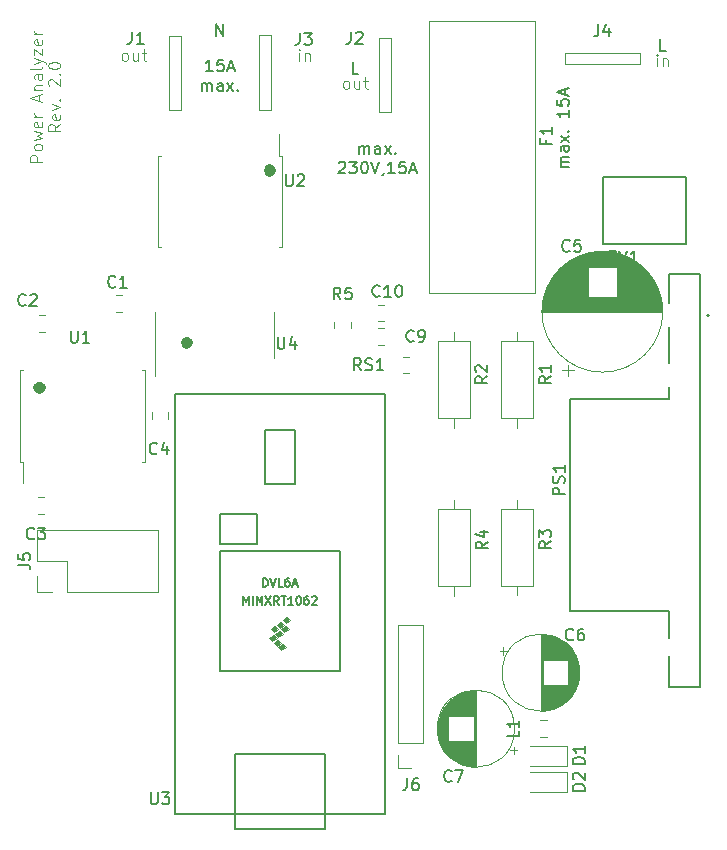
<source format=gbr>
G04 #@! TF.GenerationSoftware,KiCad,Pcbnew,(5.1.5)-3*
G04 #@! TF.CreationDate,2021-03-20T13:22:13+01:00*
G04 #@! TF.ProjectId,ACS71020_complete_teensy,41435337-3130-4323-905f-636f6d706c65,rev?*
G04 #@! TF.SameCoordinates,Original*
G04 #@! TF.FileFunction,Legend,Top*
G04 #@! TF.FilePolarity,Positive*
%FSLAX46Y46*%
G04 Gerber Fmt 4.6, Leading zero omitted, Abs format (unit mm)*
G04 Created by KiCad (PCBNEW (5.1.5)-3) date 2021-03-20 13:22:13*
%MOMM*%
%LPD*%
G04 APERTURE LIST*
%ADD10C,0.750000*%
%ADD11C,0.150000*%
%ADD12C,0.050000*%
%ADD13C,0.015000*%
%ADD14C,0.120000*%
%ADD15C,0.127000*%
%ADD16C,0.200000*%
%ADD17C,0.100000*%
G04 APERTURE END LIST*
D10*
X80980000Y-148141428D02*
X81122857Y-148284285D01*
X80980000Y-148427142D01*
X80837142Y-148284285D01*
X80980000Y-148141428D01*
X80980000Y-148427142D01*
X88000000Y-133571428D02*
X88142857Y-133714285D01*
X88000000Y-133857142D01*
X87857142Y-133714285D01*
X88000000Y-133571428D01*
X88000000Y-133857142D01*
X68500000Y-151971428D02*
X68642857Y-152114285D01*
X68500000Y-152257142D01*
X68357142Y-152114285D01*
X68500000Y-151971428D01*
X68500000Y-152257142D01*
D11*
X95559523Y-125547380D02*
X95083333Y-125547380D01*
X95083333Y-124547380D01*
X121594523Y-123642380D02*
X121118333Y-123642380D01*
X121118333Y-122642380D01*
X83534285Y-122372380D02*
X83534285Y-121372380D01*
X84105714Y-122372380D01*
X84105714Y-121372380D01*
D12*
X75690476Y-124452380D02*
X75595238Y-124404761D01*
X75547619Y-124357142D01*
X75500000Y-124261904D01*
X75500000Y-123976190D01*
X75547619Y-123880952D01*
X75595238Y-123833333D01*
X75690476Y-123785714D01*
X75833333Y-123785714D01*
X75928571Y-123833333D01*
X75976190Y-123880952D01*
X76023809Y-123976190D01*
X76023809Y-124261904D01*
X75976190Y-124357142D01*
X75928571Y-124404761D01*
X75833333Y-124452380D01*
X75690476Y-124452380D01*
X76880952Y-123785714D02*
X76880952Y-124452380D01*
X76452380Y-123785714D02*
X76452380Y-124309523D01*
X76500000Y-124404761D01*
X76595238Y-124452380D01*
X76738095Y-124452380D01*
X76833333Y-124404761D01*
X76880952Y-124357142D01*
X77214285Y-123785714D02*
X77595238Y-123785714D01*
X77357142Y-123452380D02*
X77357142Y-124309523D01*
X77404761Y-124404761D01*
X77500000Y-124452380D01*
X77595238Y-124452380D01*
X90547619Y-124452380D02*
X90547619Y-123785714D01*
X90547619Y-123452380D02*
X90500000Y-123500000D01*
X90547619Y-123547619D01*
X90595238Y-123500000D01*
X90547619Y-123452380D01*
X90547619Y-123547619D01*
X91023809Y-123785714D02*
X91023809Y-124452380D01*
X91023809Y-123880952D02*
X91071428Y-123833333D01*
X91166666Y-123785714D01*
X91309523Y-123785714D01*
X91404761Y-123833333D01*
X91452380Y-123928571D01*
X91452380Y-124452380D01*
X94440476Y-126817380D02*
X94345238Y-126769761D01*
X94297619Y-126722142D01*
X94250000Y-126626904D01*
X94250000Y-126341190D01*
X94297619Y-126245952D01*
X94345238Y-126198333D01*
X94440476Y-126150714D01*
X94583333Y-126150714D01*
X94678571Y-126198333D01*
X94726190Y-126245952D01*
X94773809Y-126341190D01*
X94773809Y-126626904D01*
X94726190Y-126722142D01*
X94678571Y-126769761D01*
X94583333Y-126817380D01*
X94440476Y-126817380D01*
X95630952Y-126150714D02*
X95630952Y-126817380D01*
X95202380Y-126150714D02*
X95202380Y-126674523D01*
X95250000Y-126769761D01*
X95345238Y-126817380D01*
X95488095Y-126817380D01*
X95583333Y-126769761D01*
X95630952Y-126722142D01*
X95964285Y-126150714D02*
X96345238Y-126150714D01*
X96107142Y-125817380D02*
X96107142Y-126674523D01*
X96154761Y-126769761D01*
X96250000Y-126817380D01*
X96345238Y-126817380D01*
X120832619Y-124912380D02*
X120832619Y-124245714D01*
X120832619Y-123912380D02*
X120785000Y-123960000D01*
X120832619Y-124007619D01*
X120880238Y-123960000D01*
X120832619Y-123912380D01*
X120832619Y-124007619D01*
X121308809Y-124245714D02*
X121308809Y-124912380D01*
X121308809Y-124340952D02*
X121356428Y-124293333D01*
X121451666Y-124245714D01*
X121594523Y-124245714D01*
X121689761Y-124293333D01*
X121737380Y-124388571D01*
X121737380Y-124912380D01*
D11*
X113355380Y-133460714D02*
X112688714Y-133460714D01*
X112783952Y-133460714D02*
X112736333Y-133413095D01*
X112688714Y-133317857D01*
X112688714Y-133175000D01*
X112736333Y-133079761D01*
X112831571Y-133032142D01*
X113355380Y-133032142D01*
X112831571Y-133032142D02*
X112736333Y-132984523D01*
X112688714Y-132889285D01*
X112688714Y-132746428D01*
X112736333Y-132651190D01*
X112831571Y-132603571D01*
X113355380Y-132603571D01*
X113355380Y-131698809D02*
X112831571Y-131698809D01*
X112736333Y-131746428D01*
X112688714Y-131841666D01*
X112688714Y-132032142D01*
X112736333Y-132127380D01*
X113307761Y-131698809D02*
X113355380Y-131794047D01*
X113355380Y-132032142D01*
X113307761Y-132127380D01*
X113212523Y-132175000D01*
X113117285Y-132175000D01*
X113022047Y-132127380D01*
X112974428Y-132032142D01*
X112974428Y-131794047D01*
X112926809Y-131698809D01*
X113355380Y-131317857D02*
X112688714Y-130794047D01*
X112688714Y-131317857D02*
X113355380Y-130794047D01*
X113260142Y-130413095D02*
X113307761Y-130365476D01*
X113355380Y-130413095D01*
X113307761Y-130460714D01*
X113260142Y-130413095D01*
X113355380Y-130413095D01*
X113355380Y-128651190D02*
X113355380Y-129222619D01*
X113355380Y-128936904D02*
X112355380Y-128936904D01*
X112498238Y-129032142D01*
X112593476Y-129127380D01*
X112641095Y-129222619D01*
X112355380Y-127746428D02*
X112355380Y-128222619D01*
X112831571Y-128270238D01*
X112783952Y-128222619D01*
X112736333Y-128127380D01*
X112736333Y-127889285D01*
X112783952Y-127794047D01*
X112831571Y-127746428D01*
X112926809Y-127698809D01*
X113164904Y-127698809D01*
X113260142Y-127746428D01*
X113307761Y-127794047D01*
X113355380Y-127889285D01*
X113355380Y-128127380D01*
X113307761Y-128222619D01*
X113260142Y-128270238D01*
X113069666Y-127317857D02*
X113069666Y-126841666D01*
X113355380Y-127413095D02*
X112355380Y-127079761D01*
X113355380Y-126746428D01*
X95631190Y-132342380D02*
X95631190Y-131675714D01*
X95631190Y-131770952D02*
X95678809Y-131723333D01*
X95774047Y-131675714D01*
X95916904Y-131675714D01*
X96012142Y-131723333D01*
X96059761Y-131818571D01*
X96059761Y-132342380D01*
X96059761Y-131818571D02*
X96107380Y-131723333D01*
X96202619Y-131675714D01*
X96345476Y-131675714D01*
X96440714Y-131723333D01*
X96488333Y-131818571D01*
X96488333Y-132342380D01*
X97393095Y-132342380D02*
X97393095Y-131818571D01*
X97345476Y-131723333D01*
X97250238Y-131675714D01*
X97059761Y-131675714D01*
X96964523Y-131723333D01*
X97393095Y-132294761D02*
X97297857Y-132342380D01*
X97059761Y-132342380D01*
X96964523Y-132294761D01*
X96916904Y-132199523D01*
X96916904Y-132104285D01*
X96964523Y-132009047D01*
X97059761Y-131961428D01*
X97297857Y-131961428D01*
X97393095Y-131913809D01*
X97774047Y-132342380D02*
X98297857Y-131675714D01*
X97774047Y-131675714D02*
X98297857Y-132342380D01*
X98678809Y-132247142D02*
X98726428Y-132294761D01*
X98678809Y-132342380D01*
X98631190Y-132294761D01*
X98678809Y-132247142D01*
X98678809Y-132342380D01*
X93869285Y-133087619D02*
X93916904Y-133040000D01*
X94012142Y-132992380D01*
X94250238Y-132992380D01*
X94345476Y-133040000D01*
X94393095Y-133087619D01*
X94440714Y-133182857D01*
X94440714Y-133278095D01*
X94393095Y-133420952D01*
X93821666Y-133992380D01*
X94440714Y-133992380D01*
X94774047Y-132992380D02*
X95393095Y-132992380D01*
X95059761Y-133373333D01*
X95202619Y-133373333D01*
X95297857Y-133420952D01*
X95345476Y-133468571D01*
X95393095Y-133563809D01*
X95393095Y-133801904D01*
X95345476Y-133897142D01*
X95297857Y-133944761D01*
X95202619Y-133992380D01*
X94916904Y-133992380D01*
X94821666Y-133944761D01*
X94774047Y-133897142D01*
X96012142Y-132992380D02*
X96107380Y-132992380D01*
X96202619Y-133040000D01*
X96250238Y-133087619D01*
X96297857Y-133182857D01*
X96345476Y-133373333D01*
X96345476Y-133611428D01*
X96297857Y-133801904D01*
X96250238Y-133897142D01*
X96202619Y-133944761D01*
X96107380Y-133992380D01*
X96012142Y-133992380D01*
X95916904Y-133944761D01*
X95869285Y-133897142D01*
X95821666Y-133801904D01*
X95774047Y-133611428D01*
X95774047Y-133373333D01*
X95821666Y-133182857D01*
X95869285Y-133087619D01*
X95916904Y-133040000D01*
X96012142Y-132992380D01*
X96631190Y-132992380D02*
X96964523Y-133992380D01*
X97297857Y-132992380D01*
X97678809Y-133944761D02*
X97678809Y-133992380D01*
X97631190Y-134087619D01*
X97583571Y-134135238D01*
X98631190Y-133992380D02*
X98059761Y-133992380D01*
X98345476Y-133992380D02*
X98345476Y-132992380D01*
X98250238Y-133135238D01*
X98155000Y-133230476D01*
X98059761Y-133278095D01*
X99535952Y-132992380D02*
X99059761Y-132992380D01*
X99012142Y-133468571D01*
X99059761Y-133420952D01*
X99155000Y-133373333D01*
X99393095Y-133373333D01*
X99488333Y-133420952D01*
X99535952Y-133468571D01*
X99583571Y-133563809D01*
X99583571Y-133801904D01*
X99535952Y-133897142D01*
X99488333Y-133944761D01*
X99393095Y-133992380D01*
X99155000Y-133992380D01*
X99059761Y-133944761D01*
X99012142Y-133897142D01*
X99964523Y-133706666D02*
X100440714Y-133706666D01*
X99869285Y-133992380D02*
X100202619Y-132992380D01*
X100535952Y-133992380D01*
X83200952Y-125357380D02*
X82629523Y-125357380D01*
X82915238Y-125357380D02*
X82915238Y-124357380D01*
X82820000Y-124500238D01*
X82724761Y-124595476D01*
X82629523Y-124643095D01*
X84105714Y-124357380D02*
X83629523Y-124357380D01*
X83581904Y-124833571D01*
X83629523Y-124785952D01*
X83724761Y-124738333D01*
X83962857Y-124738333D01*
X84058095Y-124785952D01*
X84105714Y-124833571D01*
X84153333Y-124928809D01*
X84153333Y-125166904D01*
X84105714Y-125262142D01*
X84058095Y-125309761D01*
X83962857Y-125357380D01*
X83724761Y-125357380D01*
X83629523Y-125309761D01*
X83581904Y-125262142D01*
X84534285Y-125071666D02*
X85010476Y-125071666D01*
X84439047Y-125357380D02*
X84772380Y-124357380D01*
X85105714Y-125357380D01*
X82296190Y-127007380D02*
X82296190Y-126340714D01*
X82296190Y-126435952D02*
X82343809Y-126388333D01*
X82439047Y-126340714D01*
X82581904Y-126340714D01*
X82677142Y-126388333D01*
X82724761Y-126483571D01*
X82724761Y-127007380D01*
X82724761Y-126483571D02*
X82772380Y-126388333D01*
X82867619Y-126340714D01*
X83010476Y-126340714D01*
X83105714Y-126388333D01*
X83153333Y-126483571D01*
X83153333Y-127007380D01*
X84058095Y-127007380D02*
X84058095Y-126483571D01*
X84010476Y-126388333D01*
X83915238Y-126340714D01*
X83724761Y-126340714D01*
X83629523Y-126388333D01*
X84058095Y-126959761D02*
X83962857Y-127007380D01*
X83724761Y-127007380D01*
X83629523Y-126959761D01*
X83581904Y-126864523D01*
X83581904Y-126769285D01*
X83629523Y-126674047D01*
X83724761Y-126626428D01*
X83962857Y-126626428D01*
X84058095Y-126578809D01*
X84439047Y-127007380D02*
X84962857Y-126340714D01*
X84439047Y-126340714D02*
X84962857Y-127007380D01*
X85343809Y-126912142D02*
X85391428Y-126959761D01*
X85343809Y-127007380D01*
X85296190Y-126959761D01*
X85343809Y-126912142D01*
X85343809Y-127007380D01*
D13*
X68782880Y-132984190D02*
X67782880Y-132984190D01*
X67782880Y-132603238D01*
X67830500Y-132508000D01*
X67878119Y-132460380D01*
X67973357Y-132412761D01*
X68116214Y-132412761D01*
X68211452Y-132460380D01*
X68259071Y-132508000D01*
X68306690Y-132603238D01*
X68306690Y-132984190D01*
X68782880Y-131841333D02*
X68735261Y-131936571D01*
X68687642Y-131984190D01*
X68592404Y-132031809D01*
X68306690Y-132031809D01*
X68211452Y-131984190D01*
X68163833Y-131936571D01*
X68116214Y-131841333D01*
X68116214Y-131698476D01*
X68163833Y-131603238D01*
X68211452Y-131555619D01*
X68306690Y-131508000D01*
X68592404Y-131508000D01*
X68687642Y-131555619D01*
X68735261Y-131603238D01*
X68782880Y-131698476D01*
X68782880Y-131841333D01*
X68116214Y-131174666D02*
X68782880Y-130984190D01*
X68306690Y-130793714D01*
X68782880Y-130603238D01*
X68116214Y-130412761D01*
X68735261Y-129650857D02*
X68782880Y-129746095D01*
X68782880Y-129936571D01*
X68735261Y-130031809D01*
X68640023Y-130079428D01*
X68259071Y-130079428D01*
X68163833Y-130031809D01*
X68116214Y-129936571D01*
X68116214Y-129746095D01*
X68163833Y-129650857D01*
X68259071Y-129603238D01*
X68354309Y-129603238D01*
X68449547Y-130079428D01*
X68782880Y-129174666D02*
X68116214Y-129174666D01*
X68306690Y-129174666D02*
X68211452Y-129127047D01*
X68163833Y-129079428D01*
X68116214Y-128984190D01*
X68116214Y-128888952D01*
X68497166Y-127841333D02*
X68497166Y-127365142D01*
X68782880Y-127936571D02*
X67782880Y-127603238D01*
X68782880Y-127269904D01*
X68116214Y-126936571D02*
X68782880Y-126936571D01*
X68211452Y-126936571D02*
X68163833Y-126888952D01*
X68116214Y-126793714D01*
X68116214Y-126650857D01*
X68163833Y-126555619D01*
X68259071Y-126508000D01*
X68782880Y-126508000D01*
X68782880Y-125603238D02*
X68259071Y-125603238D01*
X68163833Y-125650857D01*
X68116214Y-125746095D01*
X68116214Y-125936571D01*
X68163833Y-126031809D01*
X68735261Y-125603238D02*
X68782880Y-125698476D01*
X68782880Y-125936571D01*
X68735261Y-126031809D01*
X68640023Y-126079428D01*
X68544785Y-126079428D01*
X68449547Y-126031809D01*
X68401928Y-125936571D01*
X68401928Y-125698476D01*
X68354309Y-125603238D01*
X68782880Y-124984190D02*
X68735261Y-125079428D01*
X68640023Y-125127047D01*
X67782880Y-125127047D01*
X68116214Y-124698476D02*
X68782880Y-124460380D01*
X68116214Y-124222285D02*
X68782880Y-124460380D01*
X69020976Y-124555619D01*
X69068595Y-124603238D01*
X69116214Y-124698476D01*
X68116214Y-123936571D02*
X68116214Y-123412761D01*
X68782880Y-123936571D01*
X68782880Y-123412761D01*
X68735261Y-122650857D02*
X68782880Y-122746095D01*
X68782880Y-122936571D01*
X68735261Y-123031809D01*
X68640023Y-123079428D01*
X68259071Y-123079428D01*
X68163833Y-123031809D01*
X68116214Y-122936571D01*
X68116214Y-122746095D01*
X68163833Y-122650857D01*
X68259071Y-122603238D01*
X68354309Y-122603238D01*
X68449547Y-123079428D01*
X68782880Y-122174666D02*
X68116214Y-122174666D01*
X68306690Y-122174666D02*
X68211452Y-122127047D01*
X68163833Y-122079428D01*
X68116214Y-121984190D01*
X68116214Y-121888952D01*
X70297880Y-129817523D02*
X69821690Y-130150857D01*
X70297880Y-130388952D02*
X69297880Y-130388952D01*
X69297880Y-130008000D01*
X69345500Y-129912761D01*
X69393119Y-129865142D01*
X69488357Y-129817523D01*
X69631214Y-129817523D01*
X69726452Y-129865142D01*
X69774071Y-129912761D01*
X69821690Y-130008000D01*
X69821690Y-130388952D01*
X70250261Y-129008000D02*
X70297880Y-129103238D01*
X70297880Y-129293714D01*
X70250261Y-129388952D01*
X70155023Y-129436571D01*
X69774071Y-129436571D01*
X69678833Y-129388952D01*
X69631214Y-129293714D01*
X69631214Y-129103238D01*
X69678833Y-129008000D01*
X69774071Y-128960380D01*
X69869309Y-128960380D01*
X69964547Y-129436571D01*
X69631214Y-128627047D02*
X70297880Y-128388952D01*
X69631214Y-128150857D01*
X70202642Y-127769904D02*
X70250261Y-127722285D01*
X70297880Y-127769904D01*
X70250261Y-127817523D01*
X70202642Y-127769904D01*
X70297880Y-127769904D01*
X69393119Y-126579428D02*
X69345500Y-126531809D01*
X69297880Y-126436571D01*
X69297880Y-126198476D01*
X69345500Y-126103238D01*
X69393119Y-126055619D01*
X69488357Y-126008000D01*
X69583595Y-126008000D01*
X69726452Y-126055619D01*
X70297880Y-126627047D01*
X70297880Y-126008000D01*
X70202642Y-125579428D02*
X70250261Y-125531809D01*
X70297880Y-125579428D01*
X70250261Y-125627047D01*
X70202642Y-125579428D01*
X70297880Y-125579428D01*
X69297880Y-124912761D02*
X69297880Y-124817523D01*
X69345500Y-124722285D01*
X69393119Y-124674666D01*
X69488357Y-124627047D01*
X69678833Y-124579428D01*
X69916928Y-124579428D01*
X70107404Y-124627047D01*
X70202642Y-124674666D01*
X70250261Y-124722285D01*
X70297880Y-124817523D01*
X70297880Y-124912761D01*
X70250261Y-125008000D01*
X70202642Y-125055619D01*
X70107404Y-125103238D01*
X69916928Y-125150857D01*
X69678833Y-125150857D01*
X69488357Y-125103238D01*
X69393119Y-125055619D01*
X69345500Y-125008000D01*
X69297880Y-124912761D01*
D14*
X100000000Y-184310000D02*
X98940000Y-184310000D01*
X98940000Y-184310000D02*
X98940000Y-183250000D01*
X98940000Y-182250000D02*
X98940000Y-172190000D01*
X101060000Y-172190000D02*
X98940000Y-172190000D01*
X101060000Y-182250000D02*
X101060000Y-172190000D01*
X101060000Y-182250000D02*
X98940000Y-182250000D01*
X68383748Y-162820000D02*
X68906252Y-162820000D01*
X68383748Y-161400000D02*
X68906252Y-161400000D01*
X68320000Y-169400000D02*
X68320000Y-168070000D01*
X69650000Y-169400000D02*
X68320000Y-169400000D01*
X68320000Y-166800000D02*
X68320000Y-164200000D01*
X70920000Y-166800000D02*
X68320000Y-166800000D01*
X70920000Y-169400000D02*
X70920000Y-166800000D01*
X68320000Y-164200000D02*
X78600000Y-164200000D01*
X70920000Y-169400000D02*
X78600000Y-169400000D01*
X78600000Y-169400000D02*
X78600000Y-164200000D01*
X110545000Y-121088000D02*
X101545000Y-121088000D01*
X101545000Y-121088000D02*
X101545000Y-144088000D01*
X101545000Y-144088000D02*
X110545000Y-144088000D01*
X110545000Y-144088000D02*
X110545000Y-121088000D01*
D15*
X124450000Y-142470000D02*
X121870000Y-142470000D01*
X121870000Y-153130000D02*
X113450000Y-153130000D01*
X113450000Y-153130000D02*
X113450000Y-171030000D01*
X113450000Y-171030000D02*
X121870000Y-171030000D01*
X121870000Y-177470000D02*
X124450000Y-177470000D01*
D16*
X125250000Y-146000000D02*
G75*
G03X125250000Y-146000000I-100000J0D01*
G01*
D15*
X121870000Y-142470000D02*
X121870000Y-144984000D01*
X121870000Y-147016000D02*
X121870000Y-150064000D01*
X121870000Y-153130000D02*
X121870000Y-152096000D01*
X124450000Y-142470000D02*
X124450000Y-177470000D01*
X121870000Y-171030000D02*
X121870000Y-173300000D01*
X121870000Y-177470000D02*
X121870000Y-174850000D01*
D14*
X75511252Y-145710000D02*
X74988748Y-145710000D01*
X75511252Y-144290000D02*
X74988748Y-144290000D01*
D11*
X92710000Y-188214000D02*
X92710000Y-189484000D01*
X92710000Y-189484000D02*
X85090000Y-189484000D01*
X85090000Y-189484000D02*
X85090000Y-188214000D01*
X92710000Y-183134000D02*
X85090000Y-183134000D01*
X85090000Y-183134000D02*
X85090000Y-188214000D01*
X92710000Y-183134000D02*
X92710000Y-188214000D01*
X87630000Y-155702000D02*
X90170000Y-155702000D01*
X90170000Y-155702000D02*
X90170000Y-160274000D01*
X90170000Y-160274000D02*
X87630000Y-160274000D01*
X87630000Y-160274000D02*
X87630000Y-155702000D01*
X93980000Y-165989000D02*
X83820000Y-165989000D01*
X83820000Y-176149000D02*
X93980000Y-176149000D01*
X83820000Y-165989000D02*
X83820000Y-176149000D01*
X93980000Y-165989000D02*
X93980000Y-176149000D01*
X80010000Y-188214000D02*
X80010000Y-152654000D01*
X80010000Y-152654000D02*
X97790000Y-152654000D01*
X97790000Y-152654000D02*
X97790000Y-188214000D01*
X97790000Y-188214000D02*
X80010000Y-188214000D01*
X83820000Y-165354000D02*
X83820000Y-162814000D01*
X83820000Y-162814000D02*
X86995000Y-162814000D01*
X86995000Y-162814000D02*
X86995000Y-165354000D01*
X86995000Y-165354000D02*
X83820000Y-165354000D01*
D17*
G36*
X88265000Y-173609000D02*
G01*
X88011000Y-173355000D01*
X88392000Y-173101000D01*
X88646000Y-173355000D01*
X88265000Y-173609000D01*
G37*
X88265000Y-173609000D02*
X88011000Y-173355000D01*
X88392000Y-173101000D01*
X88646000Y-173355000D01*
X88265000Y-173609000D01*
G36*
X88773000Y-173228000D02*
G01*
X88519000Y-172974000D01*
X88900000Y-172720000D01*
X89154000Y-172974000D01*
X88773000Y-173228000D01*
G37*
X88773000Y-173228000D02*
X88519000Y-172974000D01*
X88900000Y-172720000D01*
X89154000Y-172974000D01*
X88773000Y-173228000D01*
G36*
X89281000Y-172847000D02*
G01*
X89027000Y-172593000D01*
X89408000Y-172339000D01*
X89662000Y-172593000D01*
X89281000Y-172847000D01*
G37*
X89281000Y-172847000D02*
X89027000Y-172593000D01*
X89408000Y-172339000D01*
X89662000Y-172593000D01*
X89281000Y-172847000D01*
G36*
X88392000Y-172847000D02*
G01*
X88138000Y-172593000D01*
X88519000Y-172339000D01*
X88773000Y-172593000D01*
X88392000Y-172847000D01*
G37*
X88392000Y-172847000D02*
X88138000Y-172593000D01*
X88519000Y-172339000D01*
X88773000Y-172593000D01*
X88392000Y-172847000D01*
G36*
X88900000Y-172466000D02*
G01*
X88646000Y-172212000D01*
X89027000Y-171958000D01*
X89281000Y-172212000D01*
X88900000Y-172466000D01*
G37*
X88900000Y-172466000D02*
X88646000Y-172212000D01*
X89027000Y-171958000D01*
X89281000Y-172212000D01*
X88900000Y-172466000D01*
G36*
X89408000Y-172085000D02*
G01*
X89154000Y-171831000D01*
X89535000Y-171577000D01*
X89789000Y-171831000D01*
X89408000Y-172085000D01*
G37*
X89408000Y-172085000D02*
X89154000Y-171831000D01*
X89535000Y-171577000D01*
X89789000Y-171831000D01*
X89408000Y-172085000D01*
G36*
X88646000Y-173990000D02*
G01*
X88392000Y-173736000D01*
X88773000Y-173482000D01*
X89027000Y-173736000D01*
X88646000Y-173990000D01*
G37*
X88646000Y-173990000D02*
X88392000Y-173736000D01*
X88773000Y-173482000D01*
X89027000Y-173736000D01*
X88646000Y-173990000D01*
G36*
X89027000Y-174371000D02*
G01*
X88773000Y-174117000D01*
X89154000Y-173863000D01*
X89408000Y-174117000D01*
X89027000Y-174371000D01*
G37*
X89027000Y-174371000D02*
X88773000Y-174117000D01*
X89154000Y-173863000D01*
X89408000Y-174117000D01*
X89027000Y-174371000D01*
D14*
X93490000Y-146538748D02*
X93490000Y-147061252D01*
X94910000Y-146538748D02*
X94910000Y-147061252D01*
X79470000Y-154741252D02*
X79470000Y-154218748D01*
X78050000Y-154741252D02*
X78050000Y-154218748D01*
X88440000Y-147690000D02*
X88440000Y-145740000D01*
X88440000Y-147690000D02*
X88440000Y-149640000D01*
X78320000Y-147690000D02*
X78320000Y-145740000D01*
X78320000Y-147690000D02*
X78320000Y-151140000D01*
X119355000Y-123765000D02*
X119355000Y-123865000D01*
X119355000Y-124765000D02*
X119355000Y-123865000D01*
X113055000Y-123765000D02*
X119355000Y-123765000D01*
X113055000Y-124765000D02*
X113055000Y-123765000D01*
X119355000Y-124765000D02*
X113055000Y-124765000D01*
X112830000Y-150672646D02*
X113830000Y-150672646D01*
X113330000Y-151172646D02*
X113330000Y-150172646D01*
X115606000Y-140612000D02*
X116804000Y-140612000D01*
X115343000Y-140652000D02*
X117067000Y-140652000D01*
X115143000Y-140692000D02*
X117267000Y-140692000D01*
X114975000Y-140732000D02*
X117435000Y-140732000D01*
X114827000Y-140772000D02*
X117583000Y-140772000D01*
X114695000Y-140812000D02*
X117715000Y-140812000D01*
X114575000Y-140852000D02*
X117835000Y-140852000D01*
X114463000Y-140892000D02*
X117947000Y-140892000D01*
X114359000Y-140932000D02*
X118051000Y-140932000D01*
X114261000Y-140972000D02*
X118149000Y-140972000D01*
X114168000Y-141012000D02*
X118242000Y-141012000D01*
X114080000Y-141052000D02*
X118330000Y-141052000D01*
X113996000Y-141092000D02*
X118414000Y-141092000D01*
X113916000Y-141132000D02*
X118494000Y-141132000D01*
X113840000Y-141172000D02*
X118570000Y-141172000D01*
X113766000Y-141212000D02*
X118644000Y-141212000D01*
X113695000Y-141252000D02*
X118715000Y-141252000D01*
X113626000Y-141292000D02*
X118784000Y-141292000D01*
X113560000Y-141332000D02*
X118850000Y-141332000D01*
X113496000Y-141372000D02*
X118914000Y-141372000D01*
X113435000Y-141412000D02*
X118975000Y-141412000D01*
X113375000Y-141452000D02*
X119035000Y-141452000D01*
X113316000Y-141492000D02*
X119094000Y-141492000D01*
X113260000Y-141532000D02*
X119150000Y-141532000D01*
X113205000Y-141572000D02*
X119205000Y-141572000D01*
X113151000Y-141612000D02*
X119259000Y-141612000D01*
X113099000Y-141652000D02*
X119311000Y-141652000D01*
X113049000Y-141692000D02*
X119361000Y-141692000D01*
X112999000Y-141732000D02*
X119411000Y-141732000D01*
X112951000Y-141772000D02*
X119459000Y-141772000D01*
X112904000Y-141812000D02*
X119506000Y-141812000D01*
X112858000Y-141852000D02*
X119552000Y-141852000D01*
X112813000Y-141892000D02*
X119597000Y-141892000D01*
X112769000Y-141932000D02*
X119641000Y-141932000D01*
X117446000Y-141972000D02*
X119683000Y-141972000D01*
X112727000Y-141972000D02*
X114964000Y-141972000D01*
X117446000Y-142012000D02*
X119725000Y-142012000D01*
X112685000Y-142012000D02*
X114964000Y-142012000D01*
X117446000Y-142052000D02*
X119766000Y-142052000D01*
X112644000Y-142052000D02*
X114964000Y-142052000D01*
X117446000Y-142092000D02*
X119806000Y-142092000D01*
X112604000Y-142092000D02*
X114964000Y-142092000D01*
X117446000Y-142132000D02*
X119845000Y-142132000D01*
X112565000Y-142132000D02*
X114964000Y-142132000D01*
X117446000Y-142172000D02*
X119884000Y-142172000D01*
X112526000Y-142172000D02*
X114964000Y-142172000D01*
X117446000Y-142212000D02*
X119921000Y-142212000D01*
X112489000Y-142212000D02*
X114964000Y-142212000D01*
X117446000Y-142252000D02*
X119958000Y-142252000D01*
X112452000Y-142252000D02*
X114964000Y-142252000D01*
X117446000Y-142292000D02*
X119994000Y-142292000D01*
X112416000Y-142292000D02*
X114964000Y-142292000D01*
X117446000Y-142332000D02*
X120029000Y-142332000D01*
X112381000Y-142332000D02*
X114964000Y-142332000D01*
X117446000Y-142372000D02*
X120063000Y-142372000D01*
X112347000Y-142372000D02*
X114964000Y-142372000D01*
X117446000Y-142412000D02*
X120097000Y-142412000D01*
X112313000Y-142412000D02*
X114964000Y-142412000D01*
X117446000Y-142452000D02*
X120130000Y-142452000D01*
X112280000Y-142452000D02*
X114964000Y-142452000D01*
X117446000Y-142492000D02*
X120162000Y-142492000D01*
X112248000Y-142492000D02*
X114964000Y-142492000D01*
X117446000Y-142532000D02*
X120194000Y-142532000D01*
X112216000Y-142532000D02*
X114964000Y-142532000D01*
X117446000Y-142572000D02*
X120225000Y-142572000D01*
X112185000Y-142572000D02*
X114964000Y-142572000D01*
X117446000Y-142612000D02*
X120255000Y-142612000D01*
X112155000Y-142612000D02*
X114964000Y-142612000D01*
X117446000Y-142652000D02*
X120285000Y-142652000D01*
X112125000Y-142652000D02*
X114964000Y-142652000D01*
X117446000Y-142692000D02*
X120315000Y-142692000D01*
X112095000Y-142692000D02*
X114964000Y-142692000D01*
X117446000Y-142732000D02*
X120343000Y-142732000D01*
X112067000Y-142732000D02*
X114964000Y-142732000D01*
X117446000Y-142772000D02*
X120371000Y-142772000D01*
X112039000Y-142772000D02*
X114964000Y-142772000D01*
X117446000Y-142812000D02*
X120399000Y-142812000D01*
X112011000Y-142812000D02*
X114964000Y-142812000D01*
X117446000Y-142852000D02*
X120426000Y-142852000D01*
X111984000Y-142852000D02*
X114964000Y-142852000D01*
X117446000Y-142892000D02*
X120452000Y-142892000D01*
X111958000Y-142892000D02*
X114964000Y-142892000D01*
X117446000Y-142932000D02*
X120478000Y-142932000D01*
X111932000Y-142932000D02*
X114964000Y-142932000D01*
X117446000Y-142972000D02*
X120503000Y-142972000D01*
X111907000Y-142972000D02*
X114964000Y-142972000D01*
X117446000Y-143012000D02*
X120528000Y-143012000D01*
X111882000Y-143012000D02*
X114964000Y-143012000D01*
X117446000Y-143052000D02*
X120552000Y-143052000D01*
X111858000Y-143052000D02*
X114964000Y-143052000D01*
X117446000Y-143092000D02*
X120576000Y-143092000D01*
X111834000Y-143092000D02*
X114964000Y-143092000D01*
X117446000Y-143132000D02*
X120600000Y-143132000D01*
X111810000Y-143132000D02*
X114964000Y-143132000D01*
X117446000Y-143172000D02*
X120622000Y-143172000D01*
X111788000Y-143172000D02*
X114964000Y-143172000D01*
X117446000Y-143212000D02*
X120645000Y-143212000D01*
X111765000Y-143212000D02*
X114964000Y-143212000D01*
X117446000Y-143252000D02*
X120667000Y-143252000D01*
X111743000Y-143252000D02*
X114964000Y-143252000D01*
X117446000Y-143292000D02*
X120688000Y-143292000D01*
X111722000Y-143292000D02*
X114964000Y-143292000D01*
X117446000Y-143332000D02*
X120709000Y-143332000D01*
X111701000Y-143332000D02*
X114964000Y-143332000D01*
X117446000Y-143372000D02*
X120730000Y-143372000D01*
X111680000Y-143372000D02*
X114964000Y-143372000D01*
X117446000Y-143412000D02*
X120750000Y-143412000D01*
X111660000Y-143412000D02*
X114964000Y-143412000D01*
X117446000Y-143452000D02*
X120769000Y-143452000D01*
X111641000Y-143452000D02*
X114964000Y-143452000D01*
X117446000Y-143492000D02*
X120789000Y-143492000D01*
X111621000Y-143492000D02*
X114964000Y-143492000D01*
X117446000Y-143532000D02*
X120808000Y-143532000D01*
X111602000Y-143532000D02*
X114964000Y-143532000D01*
X117446000Y-143572000D02*
X120826000Y-143572000D01*
X111584000Y-143572000D02*
X114964000Y-143572000D01*
X117446000Y-143612000D02*
X120844000Y-143612000D01*
X111566000Y-143612000D02*
X114964000Y-143612000D01*
X117446000Y-143652000D02*
X120862000Y-143652000D01*
X111548000Y-143652000D02*
X114964000Y-143652000D01*
X117446000Y-143692000D02*
X120879000Y-143692000D01*
X111531000Y-143692000D02*
X114964000Y-143692000D01*
X117446000Y-143732000D02*
X120895000Y-143732000D01*
X111515000Y-143732000D02*
X114964000Y-143732000D01*
X117446000Y-143772000D02*
X120912000Y-143772000D01*
X111498000Y-143772000D02*
X114964000Y-143772000D01*
X117446000Y-143812000D02*
X120928000Y-143812000D01*
X111482000Y-143812000D02*
X114964000Y-143812000D01*
X117446000Y-143852000D02*
X120943000Y-143852000D01*
X111467000Y-143852000D02*
X114964000Y-143852000D01*
X117446000Y-143892000D02*
X120959000Y-143892000D01*
X111451000Y-143892000D02*
X114964000Y-143892000D01*
X117446000Y-143932000D02*
X120973000Y-143932000D01*
X111437000Y-143932000D02*
X114964000Y-143932000D01*
X117446000Y-143972000D02*
X120988000Y-143972000D01*
X111422000Y-143972000D02*
X114964000Y-143972000D01*
X117446000Y-144012000D02*
X121002000Y-144012000D01*
X111408000Y-144012000D02*
X114964000Y-144012000D01*
X117446000Y-144052000D02*
X121016000Y-144052000D01*
X111394000Y-144052000D02*
X114964000Y-144052000D01*
X117446000Y-144092000D02*
X121029000Y-144092000D01*
X111381000Y-144092000D02*
X114964000Y-144092000D01*
X117446000Y-144132000D02*
X121042000Y-144132000D01*
X111368000Y-144132000D02*
X114964000Y-144132000D01*
X117446000Y-144172000D02*
X121055000Y-144172000D01*
X111355000Y-144172000D02*
X114964000Y-144172000D01*
X117446000Y-144212000D02*
X121067000Y-144212000D01*
X111343000Y-144212000D02*
X114964000Y-144212000D01*
X117446000Y-144252000D02*
X121079000Y-144252000D01*
X111331000Y-144252000D02*
X114964000Y-144252000D01*
X117446000Y-144292000D02*
X121090000Y-144292000D01*
X111320000Y-144292000D02*
X114964000Y-144292000D01*
X117446000Y-144332000D02*
X121102000Y-144332000D01*
X111308000Y-144332000D02*
X114964000Y-144332000D01*
X117446000Y-144372000D02*
X121112000Y-144372000D01*
X111298000Y-144372000D02*
X114964000Y-144372000D01*
X117446000Y-144412000D02*
X121123000Y-144412000D01*
X111287000Y-144412000D02*
X114964000Y-144412000D01*
X111277000Y-144452000D02*
X121133000Y-144452000D01*
X111267000Y-144492000D02*
X121143000Y-144492000D01*
X111258000Y-144532000D02*
X121152000Y-144532000D01*
X111249000Y-144572000D02*
X121161000Y-144572000D01*
X111240000Y-144612000D02*
X121170000Y-144612000D01*
X111231000Y-144652000D02*
X121179000Y-144652000D01*
X111223000Y-144692000D02*
X121187000Y-144692000D01*
X111215000Y-144732000D02*
X121195000Y-144732000D01*
X111208000Y-144772000D02*
X121202000Y-144772000D01*
X111201000Y-144812000D02*
X121209000Y-144812000D01*
X111194000Y-144852000D02*
X121216000Y-144852000D01*
X111187000Y-144892000D02*
X121223000Y-144892000D01*
X111181000Y-144932000D02*
X121229000Y-144932000D01*
X111175000Y-144972000D02*
X121235000Y-144972000D01*
X111170000Y-145013000D02*
X121240000Y-145013000D01*
X111165000Y-145053000D02*
X121245000Y-145053000D01*
X111160000Y-145093000D02*
X121250000Y-145093000D01*
X111155000Y-145133000D02*
X121255000Y-145133000D01*
X111151000Y-145173000D02*
X121259000Y-145173000D01*
X111147000Y-145213000D02*
X121263000Y-145213000D01*
X111143000Y-145253000D02*
X121267000Y-145253000D01*
X111140000Y-145293000D02*
X121270000Y-145293000D01*
X111137000Y-145333000D02*
X121273000Y-145333000D01*
X111135000Y-145373000D02*
X121275000Y-145373000D01*
X111132000Y-145413000D02*
X121278000Y-145413000D01*
X111130000Y-145453000D02*
X121280000Y-145453000D01*
X111128000Y-145493000D02*
X121282000Y-145493000D01*
X111127000Y-145533000D02*
X121283000Y-145533000D01*
X111126000Y-145573000D02*
X121284000Y-145573000D01*
X111125000Y-145613000D02*
X121285000Y-145613000D01*
X111125000Y-145653000D02*
X121285000Y-145653000D01*
X111125000Y-145693000D02*
X121285000Y-145693000D01*
X121325000Y-145693000D02*
G75*
G03X121325000Y-145693000I-5120000J0D01*
G01*
X77450000Y-154528000D02*
X77450000Y-150668000D01*
X77450000Y-150668000D02*
X77195000Y-150668000D01*
X77450000Y-154528000D02*
X77450000Y-158388000D01*
X77450000Y-158388000D02*
X77195000Y-158388000D01*
X66930000Y-154528000D02*
X66930000Y-150668000D01*
X66930000Y-150668000D02*
X67185000Y-150668000D01*
X66930000Y-154528000D02*
X66930000Y-158388000D01*
X66930000Y-158388000D02*
X67185000Y-158388000D01*
X67185000Y-158388000D02*
X67185000Y-160203000D01*
X97290000Y-122515000D02*
X97390000Y-122515000D01*
X98290000Y-122515000D02*
X97390000Y-122515000D01*
X97290000Y-128815000D02*
X97290000Y-122515000D01*
X98290000Y-128815000D02*
X97290000Y-128815000D01*
X98290000Y-122515000D02*
X98290000Y-128815000D01*
X87168100Y-122311800D02*
X87268100Y-122311800D01*
X88168100Y-122311800D02*
X87268100Y-122311800D01*
X87168100Y-128611800D02*
X87168100Y-122311800D01*
X88168100Y-128611800D02*
X87168100Y-128611800D01*
X88168100Y-122311800D02*
X88168100Y-128611800D01*
X80510000Y-128624500D02*
X80410000Y-128624500D01*
X79510000Y-128624500D02*
X80410000Y-128624500D01*
X80510000Y-122324500D02*
X80510000Y-128624500D01*
X79510000Y-122324500D02*
X80510000Y-122324500D01*
X79510000Y-128624500D02*
X79510000Y-122324500D01*
X97736252Y-146510000D02*
X97213748Y-146510000D01*
X97736252Y-145090000D02*
X97213748Y-145090000D01*
X88863000Y-132483000D02*
X88863000Y-130668000D01*
X89118000Y-132483000D02*
X88863000Y-132483000D01*
X89118000Y-136343000D02*
X89118000Y-132483000D01*
X89118000Y-140203000D02*
X88863000Y-140203000D01*
X89118000Y-136343000D02*
X89118000Y-140203000D01*
X78598000Y-132483000D02*
X78853000Y-132483000D01*
X78598000Y-136343000D02*
X78598000Y-132483000D01*
X78598000Y-140203000D02*
X78853000Y-140203000D01*
X78598000Y-136343000D02*
X78598000Y-140203000D01*
X68488748Y-145960000D02*
X69011252Y-145960000D01*
X68488748Y-147380000D02*
X69011252Y-147380000D01*
X97736252Y-147090000D02*
X97213748Y-147090000D01*
X97736252Y-148510000D02*
X97213748Y-148510000D01*
X109000000Y-147429000D02*
X109000000Y-148199000D01*
X109000000Y-155509000D02*
X109000000Y-154739000D01*
X107630000Y-148199000D02*
X107630000Y-154739000D01*
X110370000Y-148199000D02*
X107630000Y-148199000D01*
X110370000Y-154739000D02*
X110370000Y-148199000D01*
X107630000Y-154739000D02*
X110370000Y-154739000D01*
X102290000Y-154739000D02*
X105030000Y-154739000D01*
X105030000Y-154739000D02*
X105030000Y-148199000D01*
X105030000Y-148199000D02*
X102290000Y-148199000D01*
X102290000Y-148199000D02*
X102290000Y-154739000D01*
X103660000Y-155509000D02*
X103660000Y-154739000D01*
X103660000Y-147429000D02*
X103660000Y-148199000D01*
X107630000Y-168940000D02*
X110370000Y-168940000D01*
X110370000Y-168940000D02*
X110370000Y-162400000D01*
X110370000Y-162400000D02*
X107630000Y-162400000D01*
X107630000Y-162400000D02*
X107630000Y-168940000D01*
X109000000Y-169710000D02*
X109000000Y-168940000D01*
X109000000Y-161630000D02*
X109000000Y-162400000D01*
X103660000Y-161653000D02*
X103660000Y-162423000D01*
X103660000Y-169733000D02*
X103660000Y-168963000D01*
X102290000Y-162423000D02*
X102290000Y-168963000D01*
X105030000Y-162423000D02*
X102290000Y-162423000D01*
X105030000Y-168963000D02*
X105030000Y-162423000D01*
X102290000Y-168963000D02*
X105030000Y-168963000D01*
X99861252Y-150910000D02*
X99338748Y-150910000D01*
X99861252Y-149490000D02*
X99338748Y-149490000D01*
D11*
X116300000Y-139950000D02*
X123300000Y-139950000D01*
X116300000Y-134250000D02*
X123300000Y-134250000D01*
X123300000Y-134250000D02*
X123300000Y-139950000D01*
X116300000Y-134250000D02*
X116300000Y-139950000D01*
D14*
X114270000Y-176250000D02*
G75*
G03X114270000Y-176250000I-3270000J0D01*
G01*
X111000000Y-173020000D02*
X111000000Y-179480000D01*
X111040000Y-173020000D02*
X111040000Y-179480000D01*
X111080000Y-173020000D02*
X111080000Y-179480000D01*
X111120000Y-173022000D02*
X111120000Y-179478000D01*
X111160000Y-173023000D02*
X111160000Y-179477000D01*
X111200000Y-173026000D02*
X111200000Y-179474000D01*
X111240000Y-173028000D02*
X111240000Y-175210000D01*
X111240000Y-177290000D02*
X111240000Y-179472000D01*
X111280000Y-173032000D02*
X111280000Y-175210000D01*
X111280000Y-177290000D02*
X111280000Y-179468000D01*
X111320000Y-173035000D02*
X111320000Y-175210000D01*
X111320000Y-177290000D02*
X111320000Y-179465000D01*
X111360000Y-173039000D02*
X111360000Y-175210000D01*
X111360000Y-177290000D02*
X111360000Y-179461000D01*
X111400000Y-173044000D02*
X111400000Y-175210000D01*
X111400000Y-177290000D02*
X111400000Y-179456000D01*
X111440000Y-173049000D02*
X111440000Y-175210000D01*
X111440000Y-177290000D02*
X111440000Y-179451000D01*
X111480000Y-173055000D02*
X111480000Y-175210000D01*
X111480000Y-177290000D02*
X111480000Y-179445000D01*
X111520000Y-173061000D02*
X111520000Y-175210000D01*
X111520000Y-177290000D02*
X111520000Y-179439000D01*
X111560000Y-173068000D02*
X111560000Y-175210000D01*
X111560000Y-177290000D02*
X111560000Y-179432000D01*
X111600000Y-173075000D02*
X111600000Y-175210000D01*
X111600000Y-177290000D02*
X111600000Y-179425000D01*
X111640000Y-173083000D02*
X111640000Y-175210000D01*
X111640000Y-177290000D02*
X111640000Y-179417000D01*
X111680000Y-173091000D02*
X111680000Y-175210000D01*
X111680000Y-177290000D02*
X111680000Y-179409000D01*
X111721000Y-173100000D02*
X111721000Y-175210000D01*
X111721000Y-177290000D02*
X111721000Y-179400000D01*
X111761000Y-173109000D02*
X111761000Y-175210000D01*
X111761000Y-177290000D02*
X111761000Y-179391000D01*
X111801000Y-173119000D02*
X111801000Y-175210000D01*
X111801000Y-177290000D02*
X111801000Y-179381000D01*
X111841000Y-173129000D02*
X111841000Y-175210000D01*
X111841000Y-177290000D02*
X111841000Y-179371000D01*
X111881000Y-173140000D02*
X111881000Y-175210000D01*
X111881000Y-177290000D02*
X111881000Y-179360000D01*
X111921000Y-173152000D02*
X111921000Y-175210000D01*
X111921000Y-177290000D02*
X111921000Y-179348000D01*
X111961000Y-173164000D02*
X111961000Y-175210000D01*
X111961000Y-177290000D02*
X111961000Y-179336000D01*
X112001000Y-173176000D02*
X112001000Y-175210000D01*
X112001000Y-177290000D02*
X112001000Y-179324000D01*
X112041000Y-173189000D02*
X112041000Y-175210000D01*
X112041000Y-177290000D02*
X112041000Y-179311000D01*
X112081000Y-173203000D02*
X112081000Y-175210000D01*
X112081000Y-177290000D02*
X112081000Y-179297000D01*
X112121000Y-173217000D02*
X112121000Y-175210000D01*
X112121000Y-177290000D02*
X112121000Y-179283000D01*
X112161000Y-173232000D02*
X112161000Y-175210000D01*
X112161000Y-177290000D02*
X112161000Y-179268000D01*
X112201000Y-173248000D02*
X112201000Y-175210000D01*
X112201000Y-177290000D02*
X112201000Y-179252000D01*
X112241000Y-173264000D02*
X112241000Y-175210000D01*
X112241000Y-177290000D02*
X112241000Y-179236000D01*
X112281000Y-173280000D02*
X112281000Y-175210000D01*
X112281000Y-177290000D02*
X112281000Y-179220000D01*
X112321000Y-173298000D02*
X112321000Y-175210000D01*
X112321000Y-177290000D02*
X112321000Y-179202000D01*
X112361000Y-173316000D02*
X112361000Y-175210000D01*
X112361000Y-177290000D02*
X112361000Y-179184000D01*
X112401000Y-173334000D02*
X112401000Y-175210000D01*
X112401000Y-177290000D02*
X112401000Y-179166000D01*
X112441000Y-173354000D02*
X112441000Y-175210000D01*
X112441000Y-177290000D02*
X112441000Y-179146000D01*
X112481000Y-173374000D02*
X112481000Y-175210000D01*
X112481000Y-177290000D02*
X112481000Y-179126000D01*
X112521000Y-173394000D02*
X112521000Y-175210000D01*
X112521000Y-177290000D02*
X112521000Y-179106000D01*
X112561000Y-173416000D02*
X112561000Y-175210000D01*
X112561000Y-177290000D02*
X112561000Y-179084000D01*
X112601000Y-173438000D02*
X112601000Y-175210000D01*
X112601000Y-177290000D02*
X112601000Y-179062000D01*
X112641000Y-173460000D02*
X112641000Y-175210000D01*
X112641000Y-177290000D02*
X112641000Y-179040000D01*
X112681000Y-173484000D02*
X112681000Y-175210000D01*
X112681000Y-177290000D02*
X112681000Y-179016000D01*
X112721000Y-173508000D02*
X112721000Y-175210000D01*
X112721000Y-177290000D02*
X112721000Y-178992000D01*
X112761000Y-173534000D02*
X112761000Y-175210000D01*
X112761000Y-177290000D02*
X112761000Y-178966000D01*
X112801000Y-173560000D02*
X112801000Y-175210000D01*
X112801000Y-177290000D02*
X112801000Y-178940000D01*
X112841000Y-173586000D02*
X112841000Y-175210000D01*
X112841000Y-177290000D02*
X112841000Y-178914000D01*
X112881000Y-173614000D02*
X112881000Y-175210000D01*
X112881000Y-177290000D02*
X112881000Y-178886000D01*
X112921000Y-173643000D02*
X112921000Y-175210000D01*
X112921000Y-177290000D02*
X112921000Y-178857000D01*
X112961000Y-173672000D02*
X112961000Y-175210000D01*
X112961000Y-177290000D02*
X112961000Y-178828000D01*
X113001000Y-173702000D02*
X113001000Y-175210000D01*
X113001000Y-177290000D02*
X113001000Y-178798000D01*
X113041000Y-173734000D02*
X113041000Y-175210000D01*
X113041000Y-177290000D02*
X113041000Y-178766000D01*
X113081000Y-173766000D02*
X113081000Y-175210000D01*
X113081000Y-177290000D02*
X113081000Y-178734000D01*
X113121000Y-173800000D02*
X113121000Y-175210000D01*
X113121000Y-177290000D02*
X113121000Y-178700000D01*
X113161000Y-173834000D02*
X113161000Y-175210000D01*
X113161000Y-177290000D02*
X113161000Y-178666000D01*
X113201000Y-173870000D02*
X113201000Y-175210000D01*
X113201000Y-177290000D02*
X113201000Y-178630000D01*
X113241000Y-173907000D02*
X113241000Y-175210000D01*
X113241000Y-177290000D02*
X113241000Y-178593000D01*
X113281000Y-173945000D02*
X113281000Y-175210000D01*
X113281000Y-177290000D02*
X113281000Y-178555000D01*
X113321000Y-173985000D02*
X113321000Y-178515000D01*
X113361000Y-174026000D02*
X113361000Y-178474000D01*
X113401000Y-174068000D02*
X113401000Y-178432000D01*
X113441000Y-174113000D02*
X113441000Y-178387000D01*
X113481000Y-174158000D02*
X113481000Y-178342000D01*
X113521000Y-174206000D02*
X113521000Y-178294000D01*
X113561000Y-174255000D02*
X113561000Y-178245000D01*
X113601000Y-174306000D02*
X113601000Y-178194000D01*
X113641000Y-174360000D02*
X113641000Y-178140000D01*
X113681000Y-174416000D02*
X113681000Y-178084000D01*
X113721000Y-174474000D02*
X113721000Y-178026000D01*
X113761000Y-174536000D02*
X113761000Y-177964000D01*
X113801000Y-174600000D02*
X113801000Y-177900000D01*
X113841000Y-174669000D02*
X113841000Y-177831000D01*
X113881000Y-174741000D02*
X113881000Y-177759000D01*
X113921000Y-174818000D02*
X113921000Y-177682000D01*
X113961000Y-174900000D02*
X113961000Y-177600000D01*
X114001000Y-174988000D02*
X114001000Y-177512000D01*
X114041000Y-175085000D02*
X114041000Y-177415000D01*
X114081000Y-175191000D02*
X114081000Y-177309000D01*
X114121000Y-175310000D02*
X114121000Y-177190000D01*
X114161000Y-175448000D02*
X114161000Y-177052000D01*
X114201000Y-175617000D02*
X114201000Y-176883000D01*
X114241000Y-175848000D02*
X114241000Y-176652000D01*
X107499759Y-174411000D02*
X108129759Y-174411000D01*
X107814759Y-174096000D02*
X107814759Y-174726000D01*
X108685241Y-183154000D02*
X108685241Y-182524000D01*
X109000241Y-182839000D02*
X108370241Y-182839000D01*
X102259000Y-181402000D02*
X102259000Y-180598000D01*
X102299000Y-181633000D02*
X102299000Y-180367000D01*
X102339000Y-181802000D02*
X102339000Y-180198000D01*
X102379000Y-181940000D02*
X102379000Y-180060000D01*
X102419000Y-182059000D02*
X102419000Y-179941000D01*
X102459000Y-182165000D02*
X102459000Y-179835000D01*
X102499000Y-182262000D02*
X102499000Y-179738000D01*
X102539000Y-182350000D02*
X102539000Y-179650000D01*
X102579000Y-182432000D02*
X102579000Y-179568000D01*
X102619000Y-182509000D02*
X102619000Y-179491000D01*
X102659000Y-182581000D02*
X102659000Y-179419000D01*
X102699000Y-182650000D02*
X102699000Y-179350000D01*
X102739000Y-182714000D02*
X102739000Y-179286000D01*
X102779000Y-182776000D02*
X102779000Y-179224000D01*
X102819000Y-182834000D02*
X102819000Y-179166000D01*
X102859000Y-182890000D02*
X102859000Y-179110000D01*
X102899000Y-182944000D02*
X102899000Y-179056000D01*
X102939000Y-182995000D02*
X102939000Y-179005000D01*
X102979000Y-183044000D02*
X102979000Y-178956000D01*
X103019000Y-183092000D02*
X103019000Y-178908000D01*
X103059000Y-183137000D02*
X103059000Y-178863000D01*
X103099000Y-183182000D02*
X103099000Y-178818000D01*
X103139000Y-183224000D02*
X103139000Y-178776000D01*
X103179000Y-183265000D02*
X103179000Y-178735000D01*
X103219000Y-179960000D02*
X103219000Y-178695000D01*
X103219000Y-183305000D02*
X103219000Y-182040000D01*
X103259000Y-179960000D02*
X103259000Y-178657000D01*
X103259000Y-183343000D02*
X103259000Y-182040000D01*
X103299000Y-179960000D02*
X103299000Y-178620000D01*
X103299000Y-183380000D02*
X103299000Y-182040000D01*
X103339000Y-179960000D02*
X103339000Y-178584000D01*
X103339000Y-183416000D02*
X103339000Y-182040000D01*
X103379000Y-179960000D02*
X103379000Y-178550000D01*
X103379000Y-183450000D02*
X103379000Y-182040000D01*
X103419000Y-179960000D02*
X103419000Y-178516000D01*
X103419000Y-183484000D02*
X103419000Y-182040000D01*
X103459000Y-179960000D02*
X103459000Y-178484000D01*
X103459000Y-183516000D02*
X103459000Y-182040000D01*
X103499000Y-179960000D02*
X103499000Y-178452000D01*
X103499000Y-183548000D02*
X103499000Y-182040000D01*
X103539000Y-179960000D02*
X103539000Y-178422000D01*
X103539000Y-183578000D02*
X103539000Y-182040000D01*
X103579000Y-179960000D02*
X103579000Y-178393000D01*
X103579000Y-183607000D02*
X103579000Y-182040000D01*
X103619000Y-179960000D02*
X103619000Y-178364000D01*
X103619000Y-183636000D02*
X103619000Y-182040000D01*
X103659000Y-179960000D02*
X103659000Y-178336000D01*
X103659000Y-183664000D02*
X103659000Y-182040000D01*
X103699000Y-179960000D02*
X103699000Y-178310000D01*
X103699000Y-183690000D02*
X103699000Y-182040000D01*
X103739000Y-179960000D02*
X103739000Y-178284000D01*
X103739000Y-183716000D02*
X103739000Y-182040000D01*
X103779000Y-179960000D02*
X103779000Y-178258000D01*
X103779000Y-183742000D02*
X103779000Y-182040000D01*
X103819000Y-179960000D02*
X103819000Y-178234000D01*
X103819000Y-183766000D02*
X103819000Y-182040000D01*
X103859000Y-179960000D02*
X103859000Y-178210000D01*
X103859000Y-183790000D02*
X103859000Y-182040000D01*
X103899000Y-179960000D02*
X103899000Y-178188000D01*
X103899000Y-183812000D02*
X103899000Y-182040000D01*
X103939000Y-179960000D02*
X103939000Y-178166000D01*
X103939000Y-183834000D02*
X103939000Y-182040000D01*
X103979000Y-179960000D02*
X103979000Y-178144000D01*
X103979000Y-183856000D02*
X103979000Y-182040000D01*
X104019000Y-179960000D02*
X104019000Y-178124000D01*
X104019000Y-183876000D02*
X104019000Y-182040000D01*
X104059000Y-179960000D02*
X104059000Y-178104000D01*
X104059000Y-183896000D02*
X104059000Y-182040000D01*
X104099000Y-179960000D02*
X104099000Y-178084000D01*
X104099000Y-183916000D02*
X104099000Y-182040000D01*
X104139000Y-179960000D02*
X104139000Y-178066000D01*
X104139000Y-183934000D02*
X104139000Y-182040000D01*
X104179000Y-179960000D02*
X104179000Y-178048000D01*
X104179000Y-183952000D02*
X104179000Y-182040000D01*
X104219000Y-179960000D02*
X104219000Y-178030000D01*
X104219000Y-183970000D02*
X104219000Y-182040000D01*
X104259000Y-179960000D02*
X104259000Y-178014000D01*
X104259000Y-183986000D02*
X104259000Y-182040000D01*
X104299000Y-179960000D02*
X104299000Y-177998000D01*
X104299000Y-184002000D02*
X104299000Y-182040000D01*
X104339000Y-179960000D02*
X104339000Y-177982000D01*
X104339000Y-184018000D02*
X104339000Y-182040000D01*
X104379000Y-179960000D02*
X104379000Y-177967000D01*
X104379000Y-184033000D02*
X104379000Y-182040000D01*
X104419000Y-179960000D02*
X104419000Y-177953000D01*
X104419000Y-184047000D02*
X104419000Y-182040000D01*
X104459000Y-179960000D02*
X104459000Y-177939000D01*
X104459000Y-184061000D02*
X104459000Y-182040000D01*
X104499000Y-179960000D02*
X104499000Y-177926000D01*
X104499000Y-184074000D02*
X104499000Y-182040000D01*
X104539000Y-179960000D02*
X104539000Y-177914000D01*
X104539000Y-184086000D02*
X104539000Y-182040000D01*
X104579000Y-179960000D02*
X104579000Y-177902000D01*
X104579000Y-184098000D02*
X104579000Y-182040000D01*
X104619000Y-179960000D02*
X104619000Y-177890000D01*
X104619000Y-184110000D02*
X104619000Y-182040000D01*
X104659000Y-179960000D02*
X104659000Y-177879000D01*
X104659000Y-184121000D02*
X104659000Y-182040000D01*
X104699000Y-179960000D02*
X104699000Y-177869000D01*
X104699000Y-184131000D02*
X104699000Y-182040000D01*
X104739000Y-179960000D02*
X104739000Y-177859000D01*
X104739000Y-184141000D02*
X104739000Y-182040000D01*
X104779000Y-179960000D02*
X104779000Y-177850000D01*
X104779000Y-184150000D02*
X104779000Y-182040000D01*
X104820000Y-179960000D02*
X104820000Y-177841000D01*
X104820000Y-184159000D02*
X104820000Y-182040000D01*
X104860000Y-179960000D02*
X104860000Y-177833000D01*
X104860000Y-184167000D02*
X104860000Y-182040000D01*
X104900000Y-179960000D02*
X104900000Y-177825000D01*
X104900000Y-184175000D02*
X104900000Y-182040000D01*
X104940000Y-179960000D02*
X104940000Y-177818000D01*
X104940000Y-184182000D02*
X104940000Y-182040000D01*
X104980000Y-179960000D02*
X104980000Y-177811000D01*
X104980000Y-184189000D02*
X104980000Y-182040000D01*
X105020000Y-179960000D02*
X105020000Y-177805000D01*
X105020000Y-184195000D02*
X105020000Y-182040000D01*
X105060000Y-179960000D02*
X105060000Y-177799000D01*
X105060000Y-184201000D02*
X105060000Y-182040000D01*
X105100000Y-179960000D02*
X105100000Y-177794000D01*
X105100000Y-184206000D02*
X105100000Y-182040000D01*
X105140000Y-179960000D02*
X105140000Y-177789000D01*
X105140000Y-184211000D02*
X105140000Y-182040000D01*
X105180000Y-179960000D02*
X105180000Y-177785000D01*
X105180000Y-184215000D02*
X105180000Y-182040000D01*
X105220000Y-179960000D02*
X105220000Y-177782000D01*
X105220000Y-184218000D02*
X105220000Y-182040000D01*
X105260000Y-179960000D02*
X105260000Y-177778000D01*
X105260000Y-184222000D02*
X105260000Y-182040000D01*
X105300000Y-184224000D02*
X105300000Y-177776000D01*
X105340000Y-184227000D02*
X105340000Y-177773000D01*
X105380000Y-184228000D02*
X105380000Y-177772000D01*
X105420000Y-184230000D02*
X105420000Y-177770000D01*
X105460000Y-184230000D02*
X105460000Y-177770000D01*
X105500000Y-184230000D02*
X105500000Y-177770000D01*
X108770000Y-181000000D02*
G75*
G03X108770000Y-181000000I-3270000J0D01*
G01*
X113250000Y-184200000D02*
X113250000Y-182500000D01*
X113250000Y-182500000D02*
X110100000Y-182500000D01*
X113250000Y-184200000D02*
X110100000Y-184200000D01*
X113250000Y-186350000D02*
X110100000Y-186350000D01*
X113250000Y-184650000D02*
X110100000Y-184650000D01*
X113250000Y-186350000D02*
X113250000Y-184650000D01*
X111486252Y-181710000D02*
X110963748Y-181710000D01*
X111486252Y-180290000D02*
X110963748Y-180290000D01*
D11*
X99666666Y-185202380D02*
X99666666Y-185916666D01*
X99619047Y-186059523D01*
X99523809Y-186154761D01*
X99380952Y-186202380D01*
X99285714Y-186202380D01*
X100571428Y-185202380D02*
X100380952Y-185202380D01*
X100285714Y-185250000D01*
X100238095Y-185297619D01*
X100142857Y-185440476D01*
X100095238Y-185630952D01*
X100095238Y-186011904D01*
X100142857Y-186107142D01*
X100190476Y-186154761D01*
X100285714Y-186202380D01*
X100476190Y-186202380D01*
X100571428Y-186154761D01*
X100619047Y-186107142D01*
X100666666Y-186011904D01*
X100666666Y-185773809D01*
X100619047Y-185678571D01*
X100571428Y-185630952D01*
X100476190Y-185583333D01*
X100285714Y-185583333D01*
X100190476Y-185630952D01*
X100142857Y-185678571D01*
X100095238Y-185773809D01*
X68097333Y-164880142D02*
X68049714Y-164927761D01*
X67906857Y-164975380D01*
X67811619Y-164975380D01*
X67668761Y-164927761D01*
X67573523Y-164832523D01*
X67525904Y-164737285D01*
X67478285Y-164546809D01*
X67478285Y-164403952D01*
X67525904Y-164213476D01*
X67573523Y-164118238D01*
X67668761Y-164023000D01*
X67811619Y-163975380D01*
X67906857Y-163975380D01*
X68049714Y-164023000D01*
X68097333Y-164070619D01*
X68430666Y-163975380D02*
X69049714Y-163975380D01*
X68716380Y-164356333D01*
X68859238Y-164356333D01*
X68954476Y-164403952D01*
X69002095Y-164451571D01*
X69049714Y-164546809D01*
X69049714Y-164784904D01*
X69002095Y-164880142D01*
X68954476Y-164927761D01*
X68859238Y-164975380D01*
X68573523Y-164975380D01*
X68478285Y-164927761D01*
X68430666Y-164880142D01*
X66772380Y-167133333D02*
X67486666Y-167133333D01*
X67629523Y-167180952D01*
X67724761Y-167276190D01*
X67772380Y-167419047D01*
X67772380Y-167514285D01*
X66772380Y-166180952D02*
X66772380Y-166657142D01*
X67248571Y-166704761D01*
X67200952Y-166657142D01*
X67153333Y-166561904D01*
X67153333Y-166323809D01*
X67200952Y-166228571D01*
X67248571Y-166180952D01*
X67343809Y-166133333D01*
X67581904Y-166133333D01*
X67677142Y-166180952D01*
X67724761Y-166228571D01*
X67772380Y-166323809D01*
X67772380Y-166561904D01*
X67724761Y-166657142D01*
X67677142Y-166704761D01*
X111434571Y-131143333D02*
X111434571Y-131476666D01*
X111958380Y-131476666D02*
X110958380Y-131476666D01*
X110958380Y-131000476D01*
X111958380Y-130095714D02*
X111958380Y-130667142D01*
X111958380Y-130381428D02*
X110958380Y-130381428D01*
X111101238Y-130476666D01*
X111196476Y-130571904D01*
X111244095Y-130667142D01*
X113015792Y-161160367D02*
X112014572Y-161160367D01*
X112014572Y-160778950D01*
X112062250Y-160683595D01*
X112109927Y-160635918D01*
X112205281Y-160588241D01*
X112348312Y-160588241D01*
X112443667Y-160635918D01*
X112491344Y-160683595D01*
X112539021Y-160778950D01*
X112539021Y-161160367D01*
X112968115Y-160206824D02*
X113015792Y-160063792D01*
X113015792Y-159825407D01*
X112968115Y-159730052D01*
X112920438Y-159682375D01*
X112825084Y-159634698D01*
X112729730Y-159634698D01*
X112634375Y-159682375D01*
X112586698Y-159730052D01*
X112539021Y-159825407D01*
X112491344Y-160016115D01*
X112443667Y-160111470D01*
X112395990Y-160159147D01*
X112300635Y-160206824D01*
X112205281Y-160206824D01*
X112109927Y-160159147D01*
X112062250Y-160111470D01*
X112014572Y-160016115D01*
X112014572Y-159777730D01*
X112062250Y-159634698D01*
X113015792Y-158681155D02*
X113015792Y-159253281D01*
X113015792Y-158967218D02*
X112014572Y-158967218D01*
X112157604Y-159062572D01*
X112252958Y-159157927D01*
X112300635Y-159253281D01*
X74983333Y-143557142D02*
X74935714Y-143604761D01*
X74792857Y-143652380D01*
X74697619Y-143652380D01*
X74554761Y-143604761D01*
X74459523Y-143509523D01*
X74411904Y-143414285D01*
X74364285Y-143223809D01*
X74364285Y-143080952D01*
X74411904Y-142890476D01*
X74459523Y-142795238D01*
X74554761Y-142700000D01*
X74697619Y-142652380D01*
X74792857Y-142652380D01*
X74935714Y-142700000D01*
X74983333Y-142747619D01*
X75935714Y-143652380D02*
X75364285Y-143652380D01*
X75650000Y-143652380D02*
X75650000Y-142652380D01*
X75554761Y-142795238D01*
X75459523Y-142890476D01*
X75364285Y-142938095D01*
X77978095Y-186396380D02*
X77978095Y-187205904D01*
X78025714Y-187301142D01*
X78073333Y-187348761D01*
X78168571Y-187396380D01*
X78359047Y-187396380D01*
X78454285Y-187348761D01*
X78501904Y-187301142D01*
X78549523Y-187205904D01*
X78549523Y-186396380D01*
X78930476Y-186396380D02*
X79549523Y-186396380D01*
X79216190Y-186777333D01*
X79359047Y-186777333D01*
X79454285Y-186824952D01*
X79501904Y-186872571D01*
X79549523Y-186967809D01*
X79549523Y-187205904D01*
X79501904Y-187301142D01*
X79454285Y-187348761D01*
X79359047Y-187396380D01*
X79073333Y-187396380D01*
X78978095Y-187348761D01*
X78930476Y-187301142D01*
X85816666Y-170496666D02*
X85816666Y-169796666D01*
X86050000Y-170296666D01*
X86283333Y-169796666D01*
X86283333Y-170496666D01*
X86616666Y-170496666D02*
X86616666Y-169796666D01*
X86950000Y-170496666D02*
X86950000Y-169796666D01*
X87183333Y-170296666D01*
X87416666Y-169796666D01*
X87416666Y-170496666D01*
X87683333Y-169796666D02*
X88150000Y-170496666D01*
X88150000Y-169796666D02*
X87683333Y-170496666D01*
X88816666Y-170496666D02*
X88583333Y-170163333D01*
X88416666Y-170496666D02*
X88416666Y-169796666D01*
X88683333Y-169796666D01*
X88750000Y-169830000D01*
X88783333Y-169863333D01*
X88816666Y-169930000D01*
X88816666Y-170030000D01*
X88783333Y-170096666D01*
X88750000Y-170130000D01*
X88683333Y-170163333D01*
X88416666Y-170163333D01*
X89016666Y-169796666D02*
X89416666Y-169796666D01*
X89216666Y-170496666D02*
X89216666Y-169796666D01*
X90016666Y-170496666D02*
X89616666Y-170496666D01*
X89816666Y-170496666D02*
X89816666Y-169796666D01*
X89750000Y-169896666D01*
X89683333Y-169963333D01*
X89616666Y-169996666D01*
X90450000Y-169796666D02*
X90516666Y-169796666D01*
X90583333Y-169830000D01*
X90616666Y-169863333D01*
X90650000Y-169930000D01*
X90683333Y-170063333D01*
X90683333Y-170230000D01*
X90650000Y-170363333D01*
X90616666Y-170430000D01*
X90583333Y-170463333D01*
X90516666Y-170496666D01*
X90450000Y-170496666D01*
X90383333Y-170463333D01*
X90350000Y-170430000D01*
X90316666Y-170363333D01*
X90283333Y-170230000D01*
X90283333Y-170063333D01*
X90316666Y-169930000D01*
X90350000Y-169863333D01*
X90383333Y-169830000D01*
X90450000Y-169796666D01*
X91283333Y-169796666D02*
X91150000Y-169796666D01*
X91083333Y-169830000D01*
X91050000Y-169863333D01*
X90983333Y-169963333D01*
X90950000Y-170096666D01*
X90950000Y-170363333D01*
X90983333Y-170430000D01*
X91016666Y-170463333D01*
X91083333Y-170496666D01*
X91216666Y-170496666D01*
X91283333Y-170463333D01*
X91316666Y-170430000D01*
X91350000Y-170363333D01*
X91350000Y-170196666D01*
X91316666Y-170130000D01*
X91283333Y-170096666D01*
X91216666Y-170063333D01*
X91083333Y-170063333D01*
X91016666Y-170096666D01*
X90983333Y-170130000D01*
X90950000Y-170196666D01*
X91616666Y-169863333D02*
X91650000Y-169830000D01*
X91716666Y-169796666D01*
X91883333Y-169796666D01*
X91950000Y-169830000D01*
X91983333Y-169863333D01*
X92016666Y-169930000D01*
X92016666Y-169996666D01*
X91983333Y-170096666D01*
X91583333Y-170496666D01*
X92016666Y-170496666D01*
X87500000Y-168972666D02*
X87500000Y-168272666D01*
X87666666Y-168272666D01*
X87766666Y-168306000D01*
X87833333Y-168372666D01*
X87866666Y-168439333D01*
X87900000Y-168572666D01*
X87900000Y-168672666D01*
X87866666Y-168806000D01*
X87833333Y-168872666D01*
X87766666Y-168939333D01*
X87666666Y-168972666D01*
X87500000Y-168972666D01*
X88100000Y-168272666D02*
X88333333Y-168972666D01*
X88566666Y-168272666D01*
X89133333Y-168972666D02*
X88800000Y-168972666D01*
X88800000Y-168272666D01*
X89666666Y-168272666D02*
X89533333Y-168272666D01*
X89466666Y-168306000D01*
X89433333Y-168339333D01*
X89366666Y-168439333D01*
X89333333Y-168572666D01*
X89333333Y-168839333D01*
X89366666Y-168906000D01*
X89400000Y-168939333D01*
X89466666Y-168972666D01*
X89600000Y-168972666D01*
X89666666Y-168939333D01*
X89700000Y-168906000D01*
X89733333Y-168839333D01*
X89733333Y-168672666D01*
X89700000Y-168606000D01*
X89666666Y-168572666D01*
X89600000Y-168539333D01*
X89466666Y-168539333D01*
X89400000Y-168572666D01*
X89366666Y-168606000D01*
X89333333Y-168672666D01*
X90000000Y-168772666D02*
X90333333Y-168772666D01*
X89933333Y-168972666D02*
X90166666Y-168272666D01*
X90400000Y-168972666D01*
X94033333Y-144652380D02*
X93700000Y-144176190D01*
X93461904Y-144652380D02*
X93461904Y-143652380D01*
X93842857Y-143652380D01*
X93938095Y-143700000D01*
X93985714Y-143747619D01*
X94033333Y-143842857D01*
X94033333Y-143985714D01*
X93985714Y-144080952D01*
X93938095Y-144128571D01*
X93842857Y-144176190D01*
X93461904Y-144176190D01*
X94938095Y-143652380D02*
X94461904Y-143652380D01*
X94414285Y-144128571D01*
X94461904Y-144080952D01*
X94557142Y-144033333D01*
X94795238Y-144033333D01*
X94890476Y-144080952D01*
X94938095Y-144128571D01*
X94985714Y-144223809D01*
X94985714Y-144461904D01*
X94938095Y-144557142D01*
X94890476Y-144604761D01*
X94795238Y-144652380D01*
X94557142Y-144652380D01*
X94461904Y-144604761D01*
X94414285Y-144557142D01*
X78503333Y-157677142D02*
X78455714Y-157724761D01*
X78312857Y-157772380D01*
X78217619Y-157772380D01*
X78074761Y-157724761D01*
X77979523Y-157629523D01*
X77931904Y-157534285D01*
X77884285Y-157343809D01*
X77884285Y-157200952D01*
X77931904Y-157010476D01*
X77979523Y-156915238D01*
X78074761Y-156820000D01*
X78217619Y-156772380D01*
X78312857Y-156772380D01*
X78455714Y-156820000D01*
X78503333Y-156867619D01*
X79360476Y-157105714D02*
X79360476Y-157772380D01*
X79122380Y-156724761D02*
X78884285Y-157439047D01*
X79503333Y-157439047D01*
X88718095Y-147842380D02*
X88718095Y-148651904D01*
X88765714Y-148747142D01*
X88813333Y-148794761D01*
X88908571Y-148842380D01*
X89099047Y-148842380D01*
X89194285Y-148794761D01*
X89241904Y-148747142D01*
X89289523Y-148651904D01*
X89289523Y-147842380D01*
X90194285Y-148175714D02*
X90194285Y-148842380D01*
X89956190Y-147794761D02*
X89718095Y-148509047D01*
X90337142Y-148509047D01*
X115871666Y-121372380D02*
X115871666Y-122086666D01*
X115824047Y-122229523D01*
X115728809Y-122324761D01*
X115585952Y-122372380D01*
X115490714Y-122372380D01*
X116776428Y-121705714D02*
X116776428Y-122372380D01*
X116538333Y-121324761D02*
X116300238Y-122039047D01*
X116919285Y-122039047D01*
X113424673Y-140523742D02*
X113377054Y-140571361D01*
X113234197Y-140618980D01*
X113138959Y-140618980D01*
X112996101Y-140571361D01*
X112900863Y-140476123D01*
X112853244Y-140380885D01*
X112805625Y-140190409D01*
X112805625Y-140047552D01*
X112853244Y-139857076D01*
X112900863Y-139761838D01*
X112996101Y-139666600D01*
X113138959Y-139618980D01*
X113234197Y-139618980D01*
X113377054Y-139666600D01*
X113424673Y-139714219D01*
X114329435Y-139618980D02*
X113853244Y-139618980D01*
X113805625Y-140095171D01*
X113853244Y-140047552D01*
X113948482Y-139999933D01*
X114186578Y-139999933D01*
X114281816Y-140047552D01*
X114329435Y-140095171D01*
X114377054Y-140190409D01*
X114377054Y-140428504D01*
X114329435Y-140523742D01*
X114281816Y-140571361D01*
X114186578Y-140618980D01*
X113948482Y-140618980D01*
X113853244Y-140571361D01*
X113805625Y-140523742D01*
X71208095Y-147312380D02*
X71208095Y-148121904D01*
X71255714Y-148217142D01*
X71303333Y-148264761D01*
X71398571Y-148312380D01*
X71589047Y-148312380D01*
X71684285Y-148264761D01*
X71731904Y-148217142D01*
X71779523Y-148121904D01*
X71779523Y-147312380D01*
X72779523Y-148312380D02*
X72208095Y-148312380D01*
X72493809Y-148312380D02*
X72493809Y-147312380D01*
X72398571Y-147455238D01*
X72303333Y-147550476D01*
X72208095Y-147598095D01*
X94916666Y-122007380D02*
X94916666Y-122721666D01*
X94869047Y-122864523D01*
X94773809Y-122959761D01*
X94630952Y-123007380D01*
X94535714Y-123007380D01*
X95345238Y-122102619D02*
X95392857Y-122055000D01*
X95488095Y-122007380D01*
X95726190Y-122007380D01*
X95821428Y-122055000D01*
X95869047Y-122102619D01*
X95916666Y-122197857D01*
X95916666Y-122293095D01*
X95869047Y-122435952D01*
X95297619Y-123007380D01*
X95916666Y-123007380D01*
X90596126Y-122096280D02*
X90596126Y-122810566D01*
X90548507Y-122953423D01*
X90453269Y-123048661D01*
X90310412Y-123096280D01*
X90215174Y-123096280D01*
X90977079Y-122096280D02*
X91596126Y-122096280D01*
X91262793Y-122477233D01*
X91405650Y-122477233D01*
X91500888Y-122524852D01*
X91548507Y-122572471D01*
X91596126Y-122667709D01*
X91596126Y-122905804D01*
X91548507Y-123001042D01*
X91500888Y-123048661D01*
X91405650Y-123096280D01*
X91119936Y-123096280D01*
X91024698Y-123048661D01*
X90977079Y-123001042D01*
X76374666Y-122007380D02*
X76374666Y-122721666D01*
X76327047Y-122864523D01*
X76231809Y-122959761D01*
X76088952Y-123007380D01*
X75993714Y-123007380D01*
X77374666Y-123007380D02*
X76803238Y-123007380D01*
X77088952Y-123007380D02*
X77088952Y-122007380D01*
X76993714Y-122150238D01*
X76898476Y-122245476D01*
X76803238Y-122293095D01*
X97357142Y-144357142D02*
X97309523Y-144404761D01*
X97166666Y-144452380D01*
X97071428Y-144452380D01*
X96928571Y-144404761D01*
X96833333Y-144309523D01*
X96785714Y-144214285D01*
X96738095Y-144023809D01*
X96738095Y-143880952D01*
X96785714Y-143690476D01*
X96833333Y-143595238D01*
X96928571Y-143500000D01*
X97071428Y-143452380D01*
X97166666Y-143452380D01*
X97309523Y-143500000D01*
X97357142Y-143547619D01*
X98309523Y-144452380D02*
X97738095Y-144452380D01*
X98023809Y-144452380D02*
X98023809Y-143452380D01*
X97928571Y-143595238D01*
X97833333Y-143690476D01*
X97738095Y-143738095D01*
X98928571Y-143452380D02*
X99023809Y-143452380D01*
X99119047Y-143500000D01*
X99166666Y-143547619D01*
X99214285Y-143642857D01*
X99261904Y-143833333D01*
X99261904Y-144071428D01*
X99214285Y-144261904D01*
X99166666Y-144357142D01*
X99119047Y-144404761D01*
X99023809Y-144452380D01*
X98928571Y-144452380D01*
X98833333Y-144404761D01*
X98785714Y-144357142D01*
X98738095Y-144261904D01*
X98690476Y-144071428D01*
X98690476Y-143833333D01*
X98738095Y-143642857D01*
X98785714Y-143547619D01*
X98833333Y-143500000D01*
X98928571Y-143452380D01*
X89408095Y-134072380D02*
X89408095Y-134881904D01*
X89455714Y-134977142D01*
X89503333Y-135024761D01*
X89598571Y-135072380D01*
X89789047Y-135072380D01*
X89884285Y-135024761D01*
X89931904Y-134977142D01*
X89979523Y-134881904D01*
X89979523Y-134072380D01*
X90408095Y-134167619D02*
X90455714Y-134120000D01*
X90550952Y-134072380D01*
X90789047Y-134072380D01*
X90884285Y-134120000D01*
X90931904Y-134167619D01*
X90979523Y-134262857D01*
X90979523Y-134358095D01*
X90931904Y-134500952D01*
X90360476Y-135072380D01*
X90979523Y-135072380D01*
X67368333Y-145122142D02*
X67320714Y-145169761D01*
X67177857Y-145217380D01*
X67082619Y-145217380D01*
X66939761Y-145169761D01*
X66844523Y-145074523D01*
X66796904Y-144979285D01*
X66749285Y-144788809D01*
X66749285Y-144645952D01*
X66796904Y-144455476D01*
X66844523Y-144360238D01*
X66939761Y-144265000D01*
X67082619Y-144217380D01*
X67177857Y-144217380D01*
X67320714Y-144265000D01*
X67368333Y-144312619D01*
X67749285Y-144312619D02*
X67796904Y-144265000D01*
X67892142Y-144217380D01*
X68130238Y-144217380D01*
X68225476Y-144265000D01*
X68273095Y-144312619D01*
X68320714Y-144407857D01*
X68320714Y-144503095D01*
X68273095Y-144645952D01*
X67701666Y-145217380D01*
X68320714Y-145217380D01*
X100233333Y-148157142D02*
X100185714Y-148204761D01*
X100042857Y-148252380D01*
X99947619Y-148252380D01*
X99804761Y-148204761D01*
X99709523Y-148109523D01*
X99661904Y-148014285D01*
X99614285Y-147823809D01*
X99614285Y-147680952D01*
X99661904Y-147490476D01*
X99709523Y-147395238D01*
X99804761Y-147300000D01*
X99947619Y-147252380D01*
X100042857Y-147252380D01*
X100185714Y-147300000D01*
X100233333Y-147347619D01*
X100709523Y-148252380D02*
X100900000Y-148252380D01*
X100995238Y-148204761D01*
X101042857Y-148157142D01*
X101138095Y-148014285D01*
X101185714Y-147823809D01*
X101185714Y-147442857D01*
X101138095Y-147347619D01*
X101090476Y-147300000D01*
X100995238Y-147252380D01*
X100804761Y-147252380D01*
X100709523Y-147300000D01*
X100661904Y-147347619D01*
X100614285Y-147442857D01*
X100614285Y-147680952D01*
X100661904Y-147776190D01*
X100709523Y-147823809D01*
X100804761Y-147871428D01*
X100995238Y-147871428D01*
X101090476Y-147823809D01*
X101138095Y-147776190D01*
X101185714Y-147680952D01*
X111837380Y-151166666D02*
X111361190Y-151500000D01*
X111837380Y-151738095D02*
X110837380Y-151738095D01*
X110837380Y-151357142D01*
X110885000Y-151261904D01*
X110932619Y-151214285D01*
X111027857Y-151166666D01*
X111170714Y-151166666D01*
X111265952Y-151214285D01*
X111313571Y-151261904D01*
X111361190Y-151357142D01*
X111361190Y-151738095D01*
X111837380Y-150214285D02*
X111837380Y-150785714D01*
X111837380Y-150500000D02*
X110837380Y-150500000D01*
X110980238Y-150595238D01*
X111075476Y-150690476D01*
X111123095Y-150785714D01*
X106452380Y-151166666D02*
X105976190Y-151500000D01*
X106452380Y-151738095D02*
X105452380Y-151738095D01*
X105452380Y-151357142D01*
X105500000Y-151261904D01*
X105547619Y-151214285D01*
X105642857Y-151166666D01*
X105785714Y-151166666D01*
X105880952Y-151214285D01*
X105928571Y-151261904D01*
X105976190Y-151357142D01*
X105976190Y-151738095D01*
X105547619Y-150785714D02*
X105500000Y-150738095D01*
X105452380Y-150642857D01*
X105452380Y-150404761D01*
X105500000Y-150309523D01*
X105547619Y-150261904D01*
X105642857Y-150214285D01*
X105738095Y-150214285D01*
X105880952Y-150261904D01*
X106452380Y-150833333D01*
X106452380Y-150214285D01*
X111837380Y-165143666D02*
X111361190Y-165477000D01*
X111837380Y-165715095D02*
X110837380Y-165715095D01*
X110837380Y-165334142D01*
X110885000Y-165238904D01*
X110932619Y-165191285D01*
X111027857Y-165143666D01*
X111170714Y-165143666D01*
X111265952Y-165191285D01*
X111313571Y-165238904D01*
X111361190Y-165334142D01*
X111361190Y-165715095D01*
X110837380Y-164810333D02*
X110837380Y-164191285D01*
X111218333Y-164524619D01*
X111218333Y-164381761D01*
X111265952Y-164286523D01*
X111313571Y-164238904D01*
X111408809Y-164191285D01*
X111646904Y-164191285D01*
X111742142Y-164238904D01*
X111789761Y-164286523D01*
X111837380Y-164381761D01*
X111837380Y-164667476D01*
X111789761Y-164762714D01*
X111742142Y-164810333D01*
X106497380Y-165166666D02*
X106021190Y-165500000D01*
X106497380Y-165738095D02*
X105497380Y-165738095D01*
X105497380Y-165357142D01*
X105545000Y-165261904D01*
X105592619Y-165214285D01*
X105687857Y-165166666D01*
X105830714Y-165166666D01*
X105925952Y-165214285D01*
X105973571Y-165261904D01*
X106021190Y-165357142D01*
X106021190Y-165738095D01*
X105830714Y-164309523D02*
X106497380Y-164309523D01*
X105449761Y-164547619D02*
X106164047Y-164785714D01*
X106164047Y-164166666D01*
X95757142Y-150652380D02*
X95423809Y-150176190D01*
X95185714Y-150652380D02*
X95185714Y-149652380D01*
X95566666Y-149652380D01*
X95661904Y-149700000D01*
X95709523Y-149747619D01*
X95757142Y-149842857D01*
X95757142Y-149985714D01*
X95709523Y-150080952D01*
X95661904Y-150128571D01*
X95566666Y-150176190D01*
X95185714Y-150176190D01*
X96138095Y-150604761D02*
X96280952Y-150652380D01*
X96519047Y-150652380D01*
X96614285Y-150604761D01*
X96661904Y-150557142D01*
X96709523Y-150461904D01*
X96709523Y-150366666D01*
X96661904Y-150271428D01*
X96614285Y-150223809D01*
X96519047Y-150176190D01*
X96328571Y-150128571D01*
X96233333Y-150080952D01*
X96185714Y-150033333D01*
X96138095Y-149938095D01*
X96138095Y-149842857D01*
X96185714Y-149747619D01*
X96233333Y-149700000D01*
X96328571Y-149652380D01*
X96566666Y-149652380D01*
X96709523Y-149700000D01*
X97661904Y-150652380D02*
X97090476Y-150652380D01*
X97376190Y-150652380D02*
X97376190Y-149652380D01*
X97280952Y-149795238D01*
X97185714Y-149890476D01*
X97090476Y-149938095D01*
X117370241Y-141526080D02*
X117036908Y-141049890D01*
X116798813Y-141526080D02*
X116798813Y-140526080D01*
X117179765Y-140526080D01*
X117275003Y-140573700D01*
X117322622Y-140621319D01*
X117370241Y-140716557D01*
X117370241Y-140859414D01*
X117322622Y-140954652D01*
X117275003Y-141002271D01*
X117179765Y-141049890D01*
X116798813Y-141049890D01*
X117655956Y-140526080D02*
X117989289Y-141526080D01*
X118322622Y-140526080D01*
X119179765Y-141526080D02*
X118608337Y-141526080D01*
X118894051Y-141526080D02*
X118894051Y-140526080D01*
X118798813Y-140668938D01*
X118703575Y-140764176D01*
X118608337Y-140811795D01*
X113728333Y-173432142D02*
X113680714Y-173479761D01*
X113537857Y-173527380D01*
X113442619Y-173527380D01*
X113299761Y-173479761D01*
X113204523Y-173384523D01*
X113156904Y-173289285D01*
X113109285Y-173098809D01*
X113109285Y-172955952D01*
X113156904Y-172765476D01*
X113204523Y-172670238D01*
X113299761Y-172575000D01*
X113442619Y-172527380D01*
X113537857Y-172527380D01*
X113680714Y-172575000D01*
X113728333Y-172622619D01*
X114585476Y-172527380D02*
X114395000Y-172527380D01*
X114299761Y-172575000D01*
X114252142Y-172622619D01*
X114156904Y-172765476D01*
X114109285Y-172955952D01*
X114109285Y-173336904D01*
X114156904Y-173432142D01*
X114204523Y-173479761D01*
X114299761Y-173527380D01*
X114490238Y-173527380D01*
X114585476Y-173479761D01*
X114633095Y-173432142D01*
X114680714Y-173336904D01*
X114680714Y-173098809D01*
X114633095Y-173003571D01*
X114585476Y-172955952D01*
X114490238Y-172908333D01*
X114299761Y-172908333D01*
X114204523Y-172955952D01*
X114156904Y-173003571D01*
X114109285Y-173098809D01*
X103438333Y-185408442D02*
X103390714Y-185456061D01*
X103247857Y-185503680D01*
X103152619Y-185503680D01*
X103009761Y-185456061D01*
X102914523Y-185360823D01*
X102866904Y-185265585D01*
X102819285Y-185075109D01*
X102819285Y-184932252D01*
X102866904Y-184741776D01*
X102914523Y-184646538D01*
X103009761Y-184551300D01*
X103152619Y-184503680D01*
X103247857Y-184503680D01*
X103390714Y-184551300D01*
X103438333Y-184598919D01*
X103771666Y-184503680D02*
X104438333Y-184503680D01*
X104009761Y-185503680D01*
X114702380Y-183988095D02*
X113702380Y-183988095D01*
X113702380Y-183750000D01*
X113750000Y-183607142D01*
X113845238Y-183511904D01*
X113940476Y-183464285D01*
X114130952Y-183416666D01*
X114273809Y-183416666D01*
X114464285Y-183464285D01*
X114559523Y-183511904D01*
X114654761Y-183607142D01*
X114702380Y-183750000D01*
X114702380Y-183988095D01*
X114702380Y-182464285D02*
X114702380Y-183035714D01*
X114702380Y-182750000D02*
X113702380Y-182750000D01*
X113845238Y-182845238D01*
X113940476Y-182940476D01*
X113988095Y-183035714D01*
X114702380Y-186238095D02*
X113702380Y-186238095D01*
X113702380Y-186000000D01*
X113750000Y-185857142D01*
X113845238Y-185761904D01*
X113940476Y-185714285D01*
X114130952Y-185666666D01*
X114273809Y-185666666D01*
X114464285Y-185714285D01*
X114559523Y-185761904D01*
X114654761Y-185857142D01*
X114702380Y-186000000D01*
X114702380Y-186238095D01*
X113797619Y-185285714D02*
X113750000Y-185238095D01*
X113702380Y-185142857D01*
X113702380Y-184904761D01*
X113750000Y-184809523D01*
X113797619Y-184761904D01*
X113892857Y-184714285D01*
X113988095Y-184714285D01*
X114130952Y-184761904D01*
X114702380Y-185333333D01*
X114702380Y-184714285D01*
X109137380Y-181166666D02*
X109137380Y-181642857D01*
X108137380Y-181642857D01*
X109137380Y-180309523D02*
X109137380Y-180880952D01*
X109137380Y-180595238D02*
X108137380Y-180595238D01*
X108280238Y-180690476D01*
X108375476Y-180785714D01*
X108423095Y-180880952D01*
M02*

</source>
